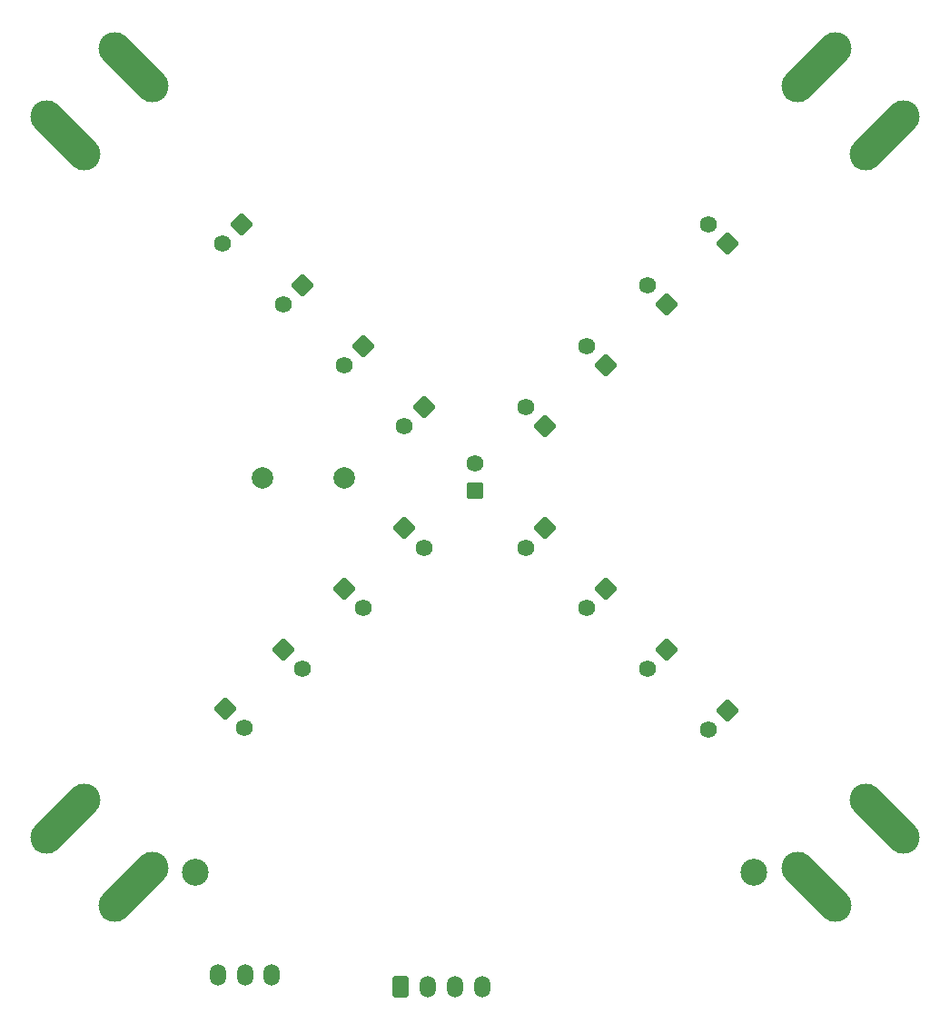
<source format=gbr>
%TF.GenerationSoftware,Altium Limited,Altium Designer,20.1.8 (145)*%
G04 Layer_Color=255*
%FSLAX45Y45*%
%MOMM*%
%TF.SameCoordinates,793C4F5F-A07E-474B-A886-B682DA88F124*%
%TF.FilePolarity,Positive*%
%TF.FileFunction,Pads,Top*%
%TF.Part,Single*%
G01*
G75*
%TA.AperFunction,ComponentPad*%
%ADD13C,2.50000*%
G04:AMPARAMS|DCode=14|XSize=1.5mm|YSize=2mm|CornerRadius=0.75mm|HoleSize=0mm|Usage=FLASHONLY|Rotation=0.000|XOffset=0mm|YOffset=0mm|HoleType=Round|Shape=RoundedRectangle|*
%AMROUNDEDRECTD14*
21,1,1.50000,0.50000,0,0,0.0*
21,1,0.00000,2.00000,0,0,0.0*
1,1,1.50000,0.00000,-0.25000*
1,1,1.50000,0.00000,-0.25000*
1,1,1.50000,0.00000,0.25000*
1,1,1.50000,0.00000,0.25000*
%
%ADD14ROUNDEDRECTD14*%
G04:AMPARAMS|DCode=15|XSize=1.5mm|YSize=2mm|CornerRadius=0.15mm|HoleSize=0mm|Usage=FLASHONLY|Rotation=0.000|XOffset=0mm|YOffset=0mm|HoleType=Round|Shape=RoundedRectangle|*
%AMROUNDEDRECTD15*
21,1,1.50000,1.70000,0,0,0.0*
21,1,1.20000,2.00000,0,0,0.0*
1,1,0.30000,0.60000,-0.85000*
1,1,0.30000,-0.60000,-0.85000*
1,1,0.30000,-0.60000,0.85000*
1,1,0.30000,0.60000,0.85000*
%
%ADD15ROUNDEDRECTD15*%
G04:AMPARAMS|DCode=16|XSize=3mm|YSize=8mm|CornerRadius=1.5mm|HoleSize=0mm|Usage=FLASHONLY|Rotation=45.000|XOffset=0mm|YOffset=0mm|HoleType=Round|Shape=RoundedRectangle|*
%AMROUNDEDRECTD16*
21,1,3.00000,5.00000,0,0,45.0*
21,1,0.00000,8.00000,0,0,45.0*
1,1,3.00000,1.76777,-1.76777*
1,1,3.00000,1.76777,-1.76777*
1,1,3.00000,-1.76777,1.76777*
1,1,3.00000,-1.76777,1.76777*
%
%ADD16ROUNDEDRECTD16*%
%ADD17C,2.00000*%
G04:AMPARAMS|DCode=18|XSize=3mm|YSize=8mm|CornerRadius=1.5mm|HoleSize=0mm|Usage=FLASHONLY|Rotation=315.000|XOffset=0mm|YOffset=0mm|HoleType=Round|Shape=RoundedRectangle|*
%AMROUNDEDRECTD18*
21,1,3.00000,5.00000,0,0,315.0*
21,1,0.00000,8.00000,0,0,315.0*
1,1,3.00000,-1.76777,-1.76777*
1,1,3.00000,-1.76777,-1.76777*
1,1,3.00000,1.76777,1.76777*
1,1,3.00000,1.76777,1.76777*
%
%ADD18ROUNDEDRECTD18*%
%ADD19C,1.58000*%
G04:AMPARAMS|DCode=20|XSize=1.58mm|YSize=1.58mm|CornerRadius=0.158mm|HoleSize=0mm|Usage=FLASHONLY|Rotation=135.000|XOffset=0mm|YOffset=0mm|HoleType=Round|Shape=RoundedRectangle|*
%AMROUNDEDRECTD20*
21,1,1.58000,1.26400,0,0,135.0*
21,1,1.26400,1.58000,0,0,135.0*
1,1,0.31600,0.00000,0.89378*
1,1,0.31600,0.89378,0.00000*
1,1,0.31600,0.00000,-0.89378*
1,1,0.31600,-0.89378,0.00000*
%
%ADD20ROUNDEDRECTD20*%
G04:AMPARAMS|DCode=21|XSize=1.58mm|YSize=1.58mm|CornerRadius=0.158mm|HoleSize=0mm|Usage=FLASHONLY|Rotation=0.000|XOffset=0mm|YOffset=0mm|HoleType=Round|Shape=RoundedRectangle|*
%AMROUNDEDRECTD21*
21,1,1.58000,1.26400,0,0,0.0*
21,1,1.26400,1.58000,0,0,0.0*
1,1,0.31600,0.63200,-0.63200*
1,1,0.31600,-0.63200,-0.63200*
1,1,0.31600,-0.63200,0.63200*
1,1,0.31600,0.63200,0.63200*
%
%ADD21ROUNDEDRECTD21*%
G04:AMPARAMS|DCode=22|XSize=1.58mm|YSize=1.58mm|CornerRadius=0.158mm|HoleSize=0mm|Usage=FLASHONLY|Rotation=45.000|XOffset=0mm|YOffset=0mm|HoleType=Round|Shape=RoundedRectangle|*
%AMROUNDEDRECTD22*
21,1,1.58000,1.26400,0,0,45.0*
21,1,1.26400,1.58000,0,0,45.0*
1,1,0.31600,0.89378,0.00000*
1,1,0.31600,0.00000,-0.89378*
1,1,0.31600,-0.89378,0.00000*
1,1,0.31600,0.00000,0.89378*
%
%ADD22ROUNDEDRECTD22*%
D13*
X-2603500Y-3683000D02*
D03*
X2596500D02*
D03*
D14*
X71120Y-4752340D02*
D03*
X-182880D02*
D03*
X-436880D02*
D03*
X-2394840Y-4638040D02*
D03*
X-2144840D02*
D03*
X-1894840D02*
D03*
D15*
X-690880Y-4752340D02*
D03*
D16*
X3183570Y-3816431D02*
D03*
X3816431Y-3183570D02*
D03*
X-3816431Y3183570D02*
D03*
X-3183570Y3816431D02*
D03*
D17*
X-1982122Y-3613D02*
D03*
X-1222122D02*
D03*
D18*
X3816431Y3183570D02*
D03*
X3183570Y3816431D02*
D03*
X-3816431Y-3183570D02*
D03*
X-3183570Y-3816431D02*
D03*
D19*
X2172939Y-2352544D02*
D03*
X1607254Y-1786859D02*
D03*
X1041568Y-1221173D02*
D03*
X475883Y-655488D02*
D03*
X0Y127000D02*
D03*
X2172939Y2352544D02*
D03*
X1607254Y1786859D02*
D03*
X475883Y655488D02*
D03*
X1041568Y1221173D02*
D03*
X-655488Y475883D02*
D03*
X-2352544Y2172939D02*
D03*
X-1786859Y1607254D02*
D03*
X-1221173Y1041568D02*
D03*
X-2146300Y-2336800D02*
D03*
X-1607254Y-1786859D02*
D03*
X-475883Y-655488D02*
D03*
X-1041568Y-1221173D02*
D03*
D20*
X2352544Y-2172939D02*
D03*
X1786859Y-1607254D02*
D03*
X1221173Y-1041568D02*
D03*
X655488Y-475883D02*
D03*
X-475883Y655488D02*
D03*
X-2172939Y2352544D02*
D03*
X-1607254Y1786859D02*
D03*
X-1041568Y1221173D02*
D03*
D21*
X0Y-127000D02*
D03*
D22*
X2352544Y2172939D02*
D03*
X1786859Y1607254D02*
D03*
X655488Y475883D02*
D03*
X1221173Y1041568D02*
D03*
X-2325905Y-2157195D02*
D03*
X-1786859Y-1607254D02*
D03*
X-655488Y-475883D02*
D03*
X-1221173Y-1041568D02*
D03*
%TF.MD5,d68ac879125081f3b8267d398ba8fcfe*%
M02*

</source>
